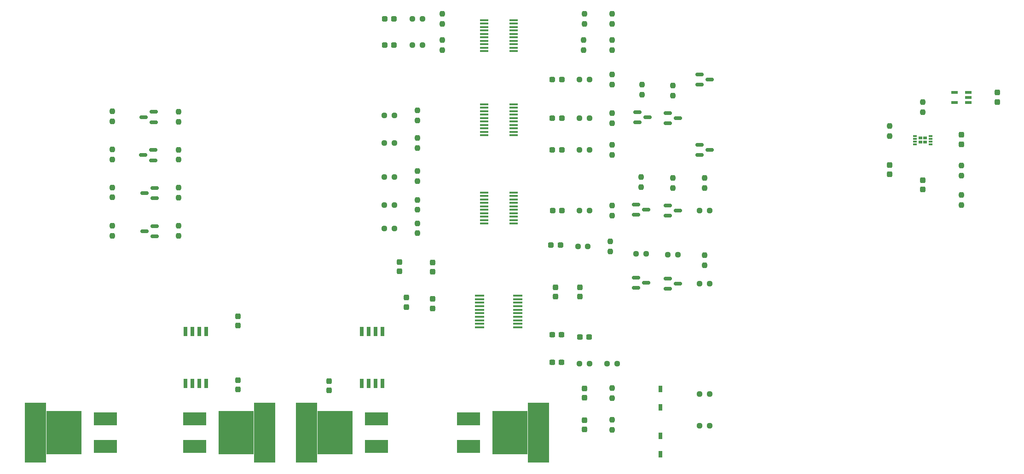
<source format=gbr>
%TF.GenerationSoftware,KiCad,Pcbnew,(6.0.7)*%
%TF.CreationDate,2022-10-24T16:08:39+01:00*%
%TF.ProjectId,controlCircuit,636f6e74-726f-46c4-9369-72637569742e,rev?*%
%TF.SameCoordinates,Original*%
%TF.FileFunction,Paste,Top*%
%TF.FilePolarity,Positive*%
%FSLAX46Y46*%
G04 Gerber Fmt 4.6, Leading zero omitted, Abs format (unit mm)*
G04 Created by KiCad (PCBNEW (6.0.7)) date 2022-10-24 16:08:39*
%MOMM*%
%LPD*%
G01*
G04 APERTURE LIST*
G04 Aperture macros list*
%AMRoundRect*
0 Rectangle with rounded corners*
0 $1 Rounding radius*
0 $2 $3 $4 $5 $6 $7 $8 $9 X,Y pos of 4 corners*
0 Add a 4 corners polygon primitive as box body*
4,1,4,$2,$3,$4,$5,$6,$7,$8,$9,$2,$3,0*
0 Add four circle primitives for the rounded corners*
1,1,$1+$1,$2,$3*
1,1,$1+$1,$4,$5*
1,1,$1+$1,$6,$7*
1,1,$1+$1,$8,$9*
0 Add four rect primitives between the rounded corners*
20,1,$1+$1,$2,$3,$4,$5,0*
20,1,$1+$1,$4,$5,$6,$7,0*
20,1,$1+$1,$6,$7,$8,$9,0*
20,1,$1+$1,$8,$9,$2,$3,0*%
G04 Aperture macros list end*
%ADD10RoundRect,0.237500X-0.237500X0.300000X-0.237500X-0.300000X0.237500X-0.300000X0.237500X0.300000X0*%
%ADD11RoundRect,0.150000X0.587500X0.150000X-0.587500X0.150000X-0.587500X-0.150000X0.587500X-0.150000X0*%
%ADD12RoundRect,0.237500X-0.237500X0.250000X-0.237500X-0.250000X0.237500X-0.250000X0.237500X0.250000X0*%
%ADD13RoundRect,0.237500X0.250000X0.237500X-0.250000X0.237500X-0.250000X-0.237500X0.250000X-0.237500X0*%
%ADD14RoundRect,0.237500X0.300000X0.237500X-0.300000X0.237500X-0.300000X-0.237500X0.300000X-0.237500X0*%
%ADD15RoundRect,0.237500X-0.287500X-0.237500X0.287500X-0.237500X0.287500X0.237500X-0.287500X0.237500X0*%
%ADD16R,1.495000X0.435000*%
%ADD17R,0.710000X0.580000*%
%ADD18R,0.750000X0.300000*%
%ADD19RoundRect,0.150000X-0.587500X-0.150000X0.587500X-0.150000X0.587500X0.150000X-0.587500X0.150000X0*%
%ADD20RoundRect,0.237500X0.237500X-0.300000X0.237500X0.300000X-0.237500X0.300000X-0.237500X-0.300000X0*%
%ADD21R,0.750000X1.200000*%
%ADD22RoundRect,0.237500X-0.250000X-0.237500X0.250000X-0.237500X0.250000X0.237500X-0.250000X0.237500X0*%
%ADD23RoundRect,0.237500X-0.300000X-0.237500X0.300000X-0.237500X0.300000X0.237500X-0.300000X0.237500X0*%
%ADD24R,1.705000X0.450000*%
%ADD25RoundRect,0.237500X0.237500X-0.250000X0.237500X0.250000X-0.237500X0.250000X-0.237500X-0.250000X0*%
%ADD26R,4.230000X2.400000*%
%ADD27R,6.500000X8.000000*%
%ADD28R,4.020000X11.000000*%
%ADD29R,1.200000X0.600000*%
%ADD30R,0.650000X1.800000*%
G04 APERTURE END LIST*
D10*
%TO.C,C1*%
X155920000Y-107087500D03*
X155920000Y-108812500D03*
%TD*%
D11*
%TO.C,Q8*%
X77391500Y-83719500D03*
X77391500Y-81819500D03*
X75516500Y-82769500D03*
%TD*%
D12*
%TO.C,R47*%
X212852000Y-77423000D03*
X212852000Y-79248000D03*
%TD*%
D13*
%TO.C,R20*%
X157630500Y-81788000D03*
X155805500Y-81788000D03*
%TD*%
D12*
%TO.C,R8*%
X167132000Y-86821000D03*
X167132000Y-88646000D03*
%TD*%
D14*
%TO.C,C5*%
X152536500Y-120904000D03*
X150811500Y-120904000D03*
%TD*%
D15*
%TO.C,D7*%
X150587500Y-99314000D03*
X152337500Y-99314000D03*
%TD*%
D13*
%TO.C,R31*%
X126896500Y-62484000D03*
X125071500Y-62484000D03*
%TD*%
D15*
%TO.C,D3*%
X150844000Y-81788000D03*
X152594000Y-81788000D03*
%TD*%
%TO.C,D2*%
X150844000Y-75946000D03*
X152594000Y-75946000D03*
%TD*%
D12*
%TO.C,R37*%
X156567500Y-61571500D03*
X156567500Y-63396500D03*
%TD*%
D10*
%TO.C,C16*%
X226060000Y-79047000D03*
X226060000Y-80772000D03*
%TD*%
D16*
%TO.C,IC1*%
X138268000Y-73405500D03*
X138268000Y-74041500D03*
X138268000Y-74675500D03*
X138268000Y-75311500D03*
X138268000Y-75945500D03*
X138268000Y-76581500D03*
X138268000Y-77215500D03*
X138268000Y-77851500D03*
X138268000Y-78485500D03*
X138268000Y-79121500D03*
X143672000Y-79121500D03*
X143672000Y-78485500D03*
X143672000Y-77851500D03*
X143672000Y-77215500D03*
X143672000Y-76581500D03*
X143672000Y-75945500D03*
X143672000Y-75311500D03*
X143672000Y-74675500D03*
X143672000Y-74041500D03*
X143672000Y-73405500D03*
%TD*%
D10*
%TO.C,C22*%
X156718000Y-131587500D03*
X156718000Y-133312500D03*
%TD*%
D17*
%TO.C,U1*%
X218510500Y-79647500D03*
X219385500Y-80372500D03*
X219385500Y-79647500D03*
X218510500Y-80372500D03*
D18*
X220398000Y-80760000D03*
X220398000Y-80260000D03*
X220398000Y-79760000D03*
X220398000Y-79260000D03*
X217498000Y-79260000D03*
X217498000Y-79760000D03*
X217498000Y-80260000D03*
X217498000Y-80760000D03*
%TD*%
D12*
%TO.C,R56*%
X69850000Y-81741000D03*
X69850000Y-83566000D03*
%TD*%
D19*
%TO.C,Q6*%
X177878500Y-67884000D03*
X177878500Y-69784000D03*
X179753500Y-68834000D03*
%TD*%
D13*
%TO.C,R45*%
X179728500Y-132588000D03*
X177903500Y-132588000D03*
%TD*%
D12*
%TO.C,R57*%
X69850000Y-95819000D03*
X69850000Y-97644000D03*
%TD*%
D20*
%TO.C,C6*%
X151384000Y-108812500D03*
X151384000Y-107087500D03*
%TD*%
D12*
%TO.C,R58*%
X69850000Y-74735000D03*
X69850000Y-76560000D03*
%TD*%
%TO.C,R53*%
X82042000Y-88791500D03*
X82042000Y-90616500D03*
%TD*%
D21*
%TO.C,D9*%
X170688000Y-134444000D03*
X170688000Y-137844000D03*
%TD*%
D11*
%TO.C,Q9*%
X77645500Y-97731500D03*
X77645500Y-95831500D03*
X75770500Y-96781500D03*
%TD*%
D22*
%TO.C,R27*%
X177903500Y-92964000D03*
X179728500Y-92964000D03*
%TD*%
D23*
%TO.C,C7*%
X150811500Y-115824000D03*
X152536500Y-115824000D03*
%TD*%
D15*
%TO.C,D6*%
X119970500Y-62484000D03*
X121720500Y-62484000D03*
%TD*%
D12*
%TO.C,R36*%
X161798000Y-61571500D03*
X161798000Y-63396500D03*
%TD*%
%TO.C,R6*%
X125984000Y-85701500D03*
X125984000Y-87526500D03*
%TD*%
D10*
%TO.C,C21*%
X156718000Y-125745500D03*
X156718000Y-127470500D03*
%TD*%
D13*
%TO.C,R22*%
X157349000Y-99568000D03*
X155524000Y-99568000D03*
%TD*%
D24*
%TO.C,IC3*%
X144468000Y-114494500D03*
X144468000Y-113844500D03*
X144468000Y-113194500D03*
X144468000Y-112544500D03*
X144468000Y-111894500D03*
X144468000Y-111244500D03*
X144468000Y-110594500D03*
X144468000Y-109944500D03*
X144468000Y-109294500D03*
X144468000Y-108644500D03*
X137472000Y-108644500D03*
X137472000Y-109294500D03*
X137472000Y-109944500D03*
X137472000Y-110594500D03*
X137472000Y-111244500D03*
X137472000Y-111894500D03*
X137472000Y-112544500D03*
X137472000Y-113194500D03*
X137472000Y-113844500D03*
X137472000Y-114494500D03*
%TD*%
D13*
%TO.C,R32*%
X162710500Y-121158000D03*
X160885500Y-121158000D03*
%TD*%
D20*
%TO.C,C8*%
X122682000Y-104177000D03*
X122682000Y-102452000D03*
%TD*%
D13*
%TO.C,R33*%
X157630500Y-121158000D03*
X155805500Y-121158000D03*
%TD*%
D10*
%TO.C,C10*%
X128778000Y-102515500D03*
X128778000Y-104240500D03*
%TD*%
%TO.C,C14*%
X109728000Y-124359500D03*
X109728000Y-126084500D03*
%TD*%
D12*
%TO.C,R46*%
X161798000Y-131537500D03*
X161798000Y-133362500D03*
%TD*%
%TO.C,R44*%
X161798000Y-125695500D03*
X161798000Y-127520500D03*
%TD*%
%TO.C,R39*%
X226060000Y-84685500D03*
X226060000Y-86510500D03*
%TD*%
D25*
%TO.C,R13*%
X161798000Y-93876500D03*
X161798000Y-92051500D03*
%TD*%
D19*
%TO.C,Q12*%
X166448500Y-74845500D03*
X166448500Y-76745500D03*
X168323500Y-75795500D03*
%TD*%
D25*
%TO.C,R30*%
X130556000Y-63396500D03*
X130556000Y-61571500D03*
%TD*%
D26*
%TO.C,R48*%
X135419000Y-131381500D03*
X135419000Y-136461500D03*
D27*
X143034000Y-133921500D03*
D28*
X148293000Y-133921500D03*
%TD*%
D26*
%TO.C,R51*%
X68580000Y-136461500D03*
X68580000Y-131381500D03*
D28*
X55706000Y-133921500D03*
D27*
X60965000Y-133921500D03*
%TD*%
D13*
%TO.C,R43*%
X179728500Y-126746000D03*
X177903500Y-126746000D03*
%TD*%
%TO.C,R16*%
X157630500Y-68834000D03*
X155805500Y-68834000D03*
%TD*%
D10*
%TO.C,C13*%
X92964000Y-124206000D03*
X92964000Y-125931000D03*
%TD*%
D19*
%TO.C,Q2*%
X172036500Y-92014000D03*
X172036500Y-93914000D03*
X173911500Y-92964000D03*
%TD*%
D14*
%TO.C,C12*%
X157580500Y-116232000D03*
X155855500Y-116232000D03*
%TD*%
D12*
%TO.C,R40*%
X167282500Y-69803000D03*
X167282500Y-71628000D03*
%TD*%
%TO.C,R24*%
X178816000Y-86971500D03*
X178816000Y-88796500D03*
%TD*%
D10*
%TO.C,C18*%
X212852000Y-84582000D03*
X212852000Y-86307000D03*
%TD*%
D29*
%TO.C,IC6*%
X227310000Y-73086000D03*
X227310000Y-72136000D03*
X227310000Y-71186000D03*
X224810000Y-71186000D03*
X224810000Y-73086000D03*
%TD*%
D15*
%TO.C,D4*%
X150869000Y-92964000D03*
X152619000Y-92964000D03*
%TD*%
D25*
%TO.C,R19*%
X161798000Y-82700500D03*
X161798000Y-80875500D03*
%TD*%
D19*
%TO.C,Q11*%
X172036500Y-105476000D03*
X172036500Y-107376000D03*
X173911500Y-106426000D03*
%TD*%
D22*
%TO.C,R7*%
X119913000Y-91994500D03*
X121738000Y-91994500D03*
%TD*%
%TO.C,R25*%
X166219500Y-100941500D03*
X168044500Y-100941500D03*
%TD*%
D12*
%TO.C,R52*%
X82042000Y-74779500D03*
X82042000Y-76604500D03*
%TD*%
D21*
%TO.C,D8*%
X170688000Y-125808000D03*
X170688000Y-129208000D03*
%TD*%
D15*
%TO.C,D1*%
X150844000Y-68834000D03*
X152594000Y-68834000D03*
%TD*%
D19*
%TO.C,Q4*%
X177878500Y-80838000D03*
X177878500Y-82738000D03*
X179753500Y-81788000D03*
%TD*%
D10*
%TO.C,C17*%
X218948000Y-87376000D03*
X218948000Y-89101000D03*
%TD*%
D19*
%TO.C,Q3*%
X172036500Y-74996000D03*
X172036500Y-76896000D03*
X173911500Y-75946000D03*
%TD*%
D16*
%TO.C,IC7*%
X138268000Y-89661500D03*
X138268000Y-90297500D03*
X138268000Y-90931500D03*
X138268000Y-91567500D03*
X138268000Y-92201500D03*
X138268000Y-92837500D03*
X138268000Y-93471500D03*
X138268000Y-94107500D03*
X138268000Y-94741500D03*
X138268000Y-95377500D03*
X143672000Y-95377500D03*
X143672000Y-94741500D03*
X143672000Y-94107500D03*
X143672000Y-93471500D03*
X143672000Y-92837500D03*
X143672000Y-92201500D03*
X143672000Y-91567500D03*
X143672000Y-90931500D03*
X143672000Y-90297500D03*
X143672000Y-89661500D03*
%TD*%
D13*
%TO.C,R18*%
X157630500Y-75946000D03*
X155805500Y-75946000D03*
%TD*%
D12*
%TO.C,R59*%
X69850000Y-88747000D03*
X69850000Y-90572000D03*
%TD*%
D26*
%TO.C,R50*%
X85034000Y-131381500D03*
X85034000Y-136461500D03*
D27*
X92649000Y-133921500D03*
D28*
X97908000Y-133921500D03*
%TD*%
D25*
%TO.C,R21*%
X161516500Y-100480500D03*
X161516500Y-98655500D03*
%TD*%
D20*
%TO.C,C2*%
X92964000Y-114146500D03*
X92964000Y-112421500D03*
%TD*%
D11*
%TO.C,Q7*%
X77645500Y-90725500D03*
X77645500Y-88825500D03*
X75770500Y-89775500D03*
%TD*%
D12*
%TO.C,R35*%
X156718000Y-56745500D03*
X156718000Y-58570500D03*
%TD*%
%TO.C,R54*%
X82042000Y-81785500D03*
X82042000Y-83610500D03*
%TD*%
D25*
%TO.C,R15*%
X161798000Y-69746500D03*
X161798000Y-67921500D03*
%TD*%
D12*
%TO.C,R34*%
X161798000Y-56745500D03*
X161798000Y-58570500D03*
%TD*%
D10*
%TO.C,C9*%
X128778000Y-109273000D03*
X128778000Y-110998000D03*
%TD*%
D22*
%TO.C,R11*%
X119913000Y-96265500D03*
X121738000Y-96265500D03*
%TD*%
D25*
%TO.C,R10*%
X130556000Y-58570500D03*
X130556000Y-56745500D03*
%TD*%
D22*
%TO.C,R26*%
X172061500Y-101092000D03*
X173886500Y-101092000D03*
%TD*%
D12*
%TO.C,R4*%
X125984000Y-79605500D03*
X125984000Y-81430500D03*
%TD*%
D22*
%TO.C,R42*%
X177903500Y-106426000D03*
X179728500Y-106426000D03*
%TD*%
D12*
%TO.C,R2*%
X125984000Y-74525500D03*
X125984000Y-76350500D03*
%TD*%
D16*
%TO.C,IC2*%
X143672000Y-63627500D03*
X143672000Y-62991500D03*
X143672000Y-62357500D03*
X143672000Y-61721500D03*
X143672000Y-61087500D03*
X143672000Y-60451500D03*
X143672000Y-59817500D03*
X143672000Y-59181500D03*
X143672000Y-58547500D03*
X143672000Y-57911500D03*
X138268000Y-57911500D03*
X138268000Y-58547500D03*
X138268000Y-59181500D03*
X138268000Y-59817500D03*
X138268000Y-60451500D03*
X138268000Y-61087500D03*
X138268000Y-61721500D03*
X138268000Y-62357500D03*
X138268000Y-62991500D03*
X138268000Y-63627500D03*
%TD*%
D22*
%TO.C,R1*%
X119913000Y-75502000D03*
X121738000Y-75502000D03*
%TD*%
D12*
%TO.C,R55*%
X82042000Y-95819000D03*
X82042000Y-97644000D03*
%TD*%
D19*
%TO.C,Q10*%
X166194500Y-105325500D03*
X166194500Y-107225500D03*
X168069500Y-106275500D03*
%TD*%
D13*
%TO.C,R14*%
X157630500Y-92964000D03*
X155805500Y-92964000D03*
%TD*%
D25*
%TO.C,R38*%
X226060000Y-91948000D03*
X226060000Y-90123000D03*
%TD*%
D12*
%TO.C,R28*%
X178816000Y-101195500D03*
X178816000Y-103020500D03*
%TD*%
D30*
%TO.C,IC5*%
X119578000Y-115239500D03*
X118308000Y-115239500D03*
X117038000Y-115239500D03*
X115768000Y-115239500D03*
X115768000Y-124789500D03*
X117038000Y-124789500D03*
X118308000Y-124789500D03*
X119578000Y-124789500D03*
%TD*%
%TO.C,IC4*%
X87113000Y-115239500D03*
X85843000Y-115239500D03*
X84573000Y-115239500D03*
X83303000Y-115239500D03*
X83303000Y-124789500D03*
X84573000Y-124789500D03*
X85843000Y-124789500D03*
X87113000Y-124789500D03*
%TD*%
D12*
%TO.C,R12*%
X125984000Y-95353000D03*
X125984000Y-97178000D03*
%TD*%
D22*
%TO.C,R3*%
X119913000Y-80582000D03*
X121738000Y-80582000D03*
%TD*%
D12*
%TO.C,R60*%
X218948000Y-73001500D03*
X218948000Y-74826500D03*
%TD*%
D22*
%TO.C,R5*%
X119913000Y-86828500D03*
X121738000Y-86828500D03*
%TD*%
D12*
%TO.C,R23*%
X172974000Y-86971500D03*
X172974000Y-88796500D03*
%TD*%
D15*
%TO.C,D5*%
X119970500Y-57658000D03*
X121720500Y-57658000D03*
%TD*%
D11*
%TO.C,Q5*%
X77470000Y-76713500D03*
X77470000Y-74813500D03*
X75595000Y-75763500D03*
%TD*%
D13*
%TO.C,R29*%
X126896500Y-57658000D03*
X125071500Y-57658000D03*
%TD*%
D12*
%TO.C,R41*%
X172974000Y-69953500D03*
X172974000Y-71778500D03*
%TD*%
D10*
%TO.C,C15*%
X232664000Y-71255400D03*
X232664000Y-72980400D03*
%TD*%
D26*
%TO.C,R49*%
X118430000Y-136461500D03*
X118430000Y-131381500D03*
D27*
X110815000Y-133921500D03*
D28*
X105556000Y-133921500D03*
%TD*%
D19*
%TO.C,Q1*%
X166194500Y-91863500D03*
X166194500Y-93763500D03*
X168069500Y-92813500D03*
%TD*%
D20*
%TO.C,C11*%
X123952000Y-110744000D03*
X123952000Y-109019000D03*
%TD*%
D25*
%TO.C,R17*%
X161798000Y-76858500D03*
X161798000Y-75033500D03*
%TD*%
D12*
%TO.C,R9*%
X125984000Y-91035000D03*
X125984000Y-92860000D03*
%TD*%
M02*

</source>
